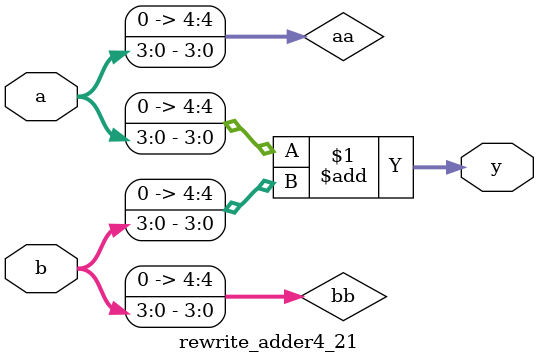
<source format=sv>
module rewrite_adder4_21(input logic [3:0] a,b, output logic [4:0] y);
  logic [4:0] aa, bb;
  assign aa = {1'b0,a};
  assign bb = {1'b0,b};
  assign y = aa + bb;
endmodule

</source>
